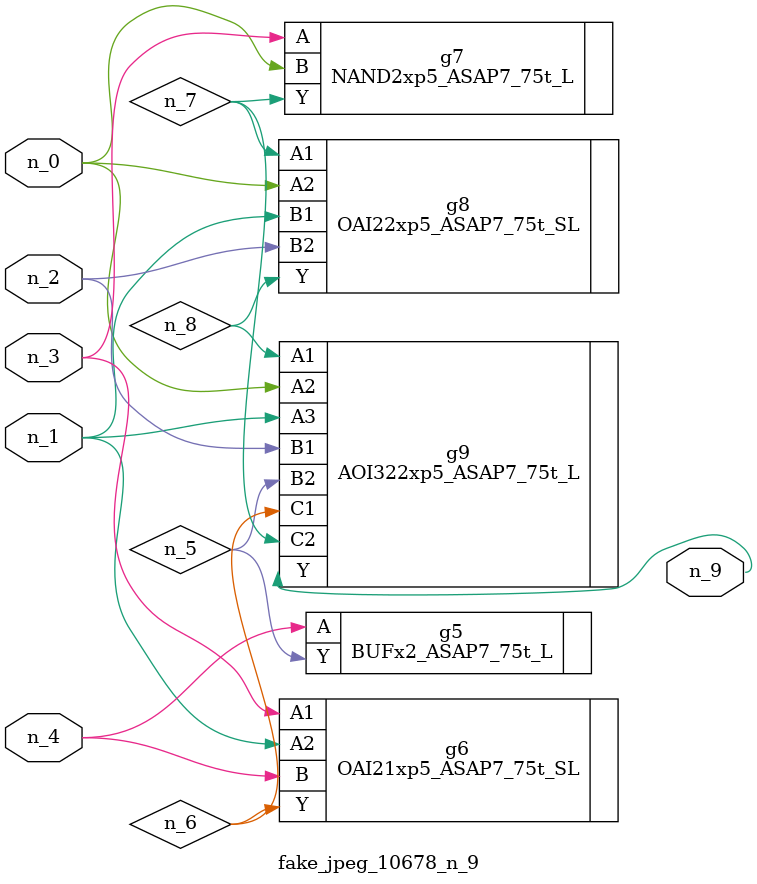
<source format=v>
module fake_jpeg_10678_n_9 (n_3, n_2, n_1, n_0, n_4, n_9);

input n_3;
input n_2;
input n_1;
input n_0;
input n_4;

output n_9;

wire n_8;
wire n_6;
wire n_5;
wire n_7;

BUFx2_ASAP7_75t_L g5 ( 
.A(n_4),
.Y(n_5)
);

OAI21xp5_ASAP7_75t_SL g6 ( 
.A1(n_3),
.A2(n_1),
.B(n_4),
.Y(n_6)
);

NAND2xp5_ASAP7_75t_L g7 ( 
.A(n_3),
.B(n_0),
.Y(n_7)
);

OAI22xp5_ASAP7_75t_SL g8 ( 
.A1(n_7),
.A2(n_0),
.B1(n_1),
.B2(n_2),
.Y(n_8)
);

AOI322xp5_ASAP7_75t_L g9 ( 
.A1(n_8),
.A2(n_0),
.A3(n_1),
.B1(n_2),
.B2(n_5),
.C1(n_6),
.C2(n_7),
.Y(n_9)
);


endmodule
</source>
